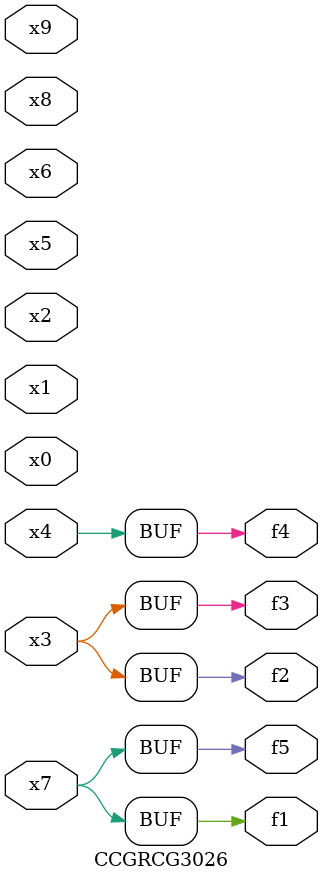
<source format=v>
module CCGRCG3026(
	input x0, x1, x2, x3, x4, x5, x6, x7, x8, x9,
	output f1, f2, f3, f4, f5
);
	assign f1 = x7;
	assign f2 = x3;
	assign f3 = x3;
	assign f4 = x4;
	assign f5 = x7;
endmodule

</source>
